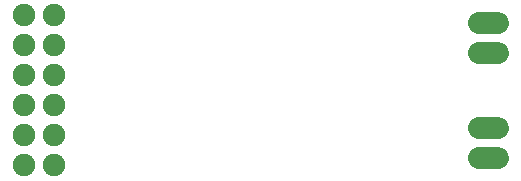
<source format=gbr>
G04 EAGLE Gerber RS-274X export*
G75*
%MOMM*%
%FSLAX34Y34*%
%LPD*%
%INSoldermask Bottom*%
%IPPOS*%
%AMOC8*
5,1,8,0,0,1.08239X$1,22.5*%
G01*
%ADD10C,1.841500*%
%ADD11C,1.908300*%


D10*
X410909Y31750D02*
X427292Y31750D01*
X427292Y57150D02*
X410909Y57150D01*
D11*
X25400Y152400D03*
X25400Y127000D03*
X25400Y101600D03*
X25400Y76200D03*
X25400Y50800D03*
X25400Y25400D03*
X50800Y25400D03*
X50800Y50800D03*
X50800Y76200D03*
X50800Y101600D03*
X50800Y127000D03*
X50800Y152400D03*
D10*
X410909Y120650D02*
X427292Y120650D01*
X427292Y146050D02*
X410909Y146050D01*
M02*

</source>
